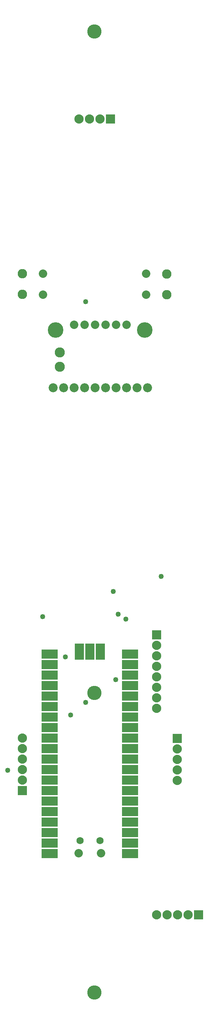
<source format=gts>
G04 MADE WITH FRITZING*
G04 WWW.FRITZING.ORG*
G04 DOUBLE SIDED*
G04 HOLES PLATED*
G04 CONTOUR ON CENTER OF CONTOUR VECTOR*
%ASAXBY*%
%FSLAX23Y23*%
%MOIN*%
%OFA0B0*%
%SFA1.0B1.0*%
%ADD10C,0.068000*%
%ADD11C,0.080000*%
%ADD12C,0.088000*%
%ADD13C,0.090000*%
%ADD14C,0.135984*%
%ADD15C,0.148425*%
%ADD16C,0.096000*%
%ADD17C,0.086000*%
%ADD18C,0.049370*%
%ADD19R,0.153667X0.088000*%
%ADD20R,0.154000X0.088000*%
%ADD21R,0.088000X0.154000*%
%ADD22R,0.088000X0.088000*%
%LNMASK1*%
G90*
G70*
G54D10*
X943Y1594D03*
X1133Y1594D03*
G54D11*
X1145Y1474D03*
X930Y1474D03*
G54D12*
X1387Y1468D03*
X1387Y1568D03*
X1387Y1668D03*
X1387Y1768D03*
X1387Y1868D03*
X1387Y1968D03*
X1387Y2068D03*
X1387Y2168D03*
X1387Y2268D03*
X1387Y2368D03*
X1387Y2468D03*
X1387Y2568D03*
X1387Y2668D03*
X1387Y2768D03*
X1387Y2868D03*
X1387Y2968D03*
X1387Y3068D03*
X1387Y3168D03*
X1387Y3268D03*
X1387Y3368D03*
X688Y3368D03*
X688Y3268D03*
X688Y3168D03*
X688Y3068D03*
X688Y2968D03*
X688Y2868D03*
X688Y2768D03*
X688Y2668D03*
X688Y2568D03*
X688Y2468D03*
X688Y2368D03*
X688Y2268D03*
X688Y2168D03*
X688Y2068D03*
X688Y1968D03*
X688Y1868D03*
X688Y1768D03*
X688Y1668D03*
X688Y1568D03*
X688Y1468D03*
X1138Y3368D03*
X1038Y3368D03*
X938Y3368D03*
G54D13*
X1770Y6793D03*
X1770Y6989D03*
X392Y6993D03*
X392Y6796D03*
G54D12*
X1869Y2567D03*
X1869Y2467D03*
X1869Y2367D03*
X1869Y2267D03*
X1869Y2167D03*
X2072Y887D03*
X1972Y887D03*
X1872Y887D03*
X1772Y887D03*
X1672Y887D03*
X392Y2070D03*
X392Y2170D03*
X392Y2270D03*
X392Y2370D03*
X392Y2470D03*
X392Y2570D03*
G54D14*
X1081Y9298D03*
X1081Y2998D03*
X1081Y146D03*
G54D11*
X589Y6993D03*
X589Y6793D03*
X1574Y6993D03*
X1574Y6793D03*
G54D12*
X1235Y8466D03*
X1135Y8466D03*
X1035Y8466D03*
X935Y8466D03*
X1672Y3554D03*
X1672Y3454D03*
X1672Y3354D03*
X1672Y3254D03*
X1672Y3154D03*
X1672Y3054D03*
X1672Y2954D03*
X1672Y2854D03*
G54D15*
X711Y6457D03*
G54D16*
X751Y6106D03*
X751Y6244D03*
G54D17*
X686Y5907D03*
X786Y5907D03*
X886Y5907D03*
X986Y5907D03*
X1086Y5907D03*
X1186Y5907D03*
X1286Y5907D03*
G54D15*
X1561Y6457D03*
G54D17*
X1386Y5907D03*
X1486Y5907D03*
X1586Y5907D03*
G54D11*
X1386Y6507D03*
X1286Y6507D03*
X1186Y6507D03*
X1086Y6507D03*
X986Y6507D03*
X886Y6507D03*
G54D18*
X852Y2789D03*
X996Y2909D03*
X1284Y3125D03*
X1308Y3749D03*
X1260Y3965D03*
X804Y3341D03*
X1716Y4109D03*
X1380Y3701D03*
X996Y6725D03*
X588Y3725D03*
X252Y2261D03*
G54D19*
X1420Y1469D03*
G54D20*
X1420Y1569D03*
X1420Y1669D03*
X1420Y1769D03*
X1420Y1869D03*
X1420Y1969D03*
X1420Y2069D03*
X1420Y2169D03*
X1420Y2269D03*
X1420Y2369D03*
X1420Y2469D03*
X1420Y2569D03*
X1420Y2669D03*
X1420Y2769D03*
X1420Y2869D03*
X1420Y2969D03*
X1420Y3069D03*
X1420Y3169D03*
X1420Y3269D03*
X1420Y3369D03*
X655Y3369D03*
X655Y3269D03*
X655Y3169D03*
X655Y3069D03*
X655Y2969D03*
X655Y2869D03*
X655Y2769D03*
X655Y2669D03*
X655Y2569D03*
X655Y2469D03*
X655Y2369D03*
X655Y2269D03*
X655Y2169D03*
X655Y2069D03*
X655Y1969D03*
X655Y1869D03*
X655Y1769D03*
X655Y1669D03*
X655Y1569D03*
X655Y1469D03*
G54D21*
X1138Y3393D03*
X1038Y3393D03*
X938Y3393D03*
G54D22*
X1869Y2567D03*
X2072Y887D03*
X392Y2070D03*
X1235Y8466D03*
X1672Y3554D03*
G04 End of Mask1*
M02*
</source>
